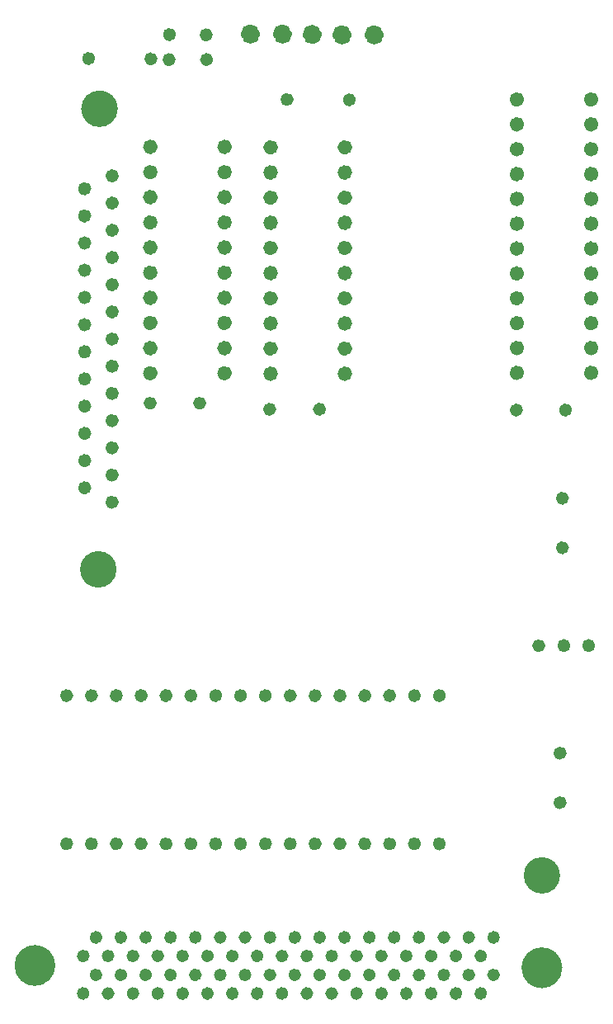
<source format=gbr>
%TF.GenerationSoftware,KiCad,Pcbnew,(6.0.2)*%
%TF.CreationDate,2022-07-19T18:31:23-05:00*%
%TF.ProjectId,PXT6-3,50585436-2d33-42e6-9b69-6361645f7063,rev?*%
%TF.SameCoordinates,Original*%
%TF.FileFunction,Soldermask,Bot*%
%TF.FilePolarity,Negative*%
%FSLAX46Y46*%
G04 Gerber Fmt 4.6, Leading zero omitted, Abs format (unit mm)*
G04 Created by KiCad (PCBNEW (6.0.2)) date 2022-07-19 18:31:23*
%MOMM*%
%LPD*%
G01*
G04 APERTURE LIST*
%ADD10C,0.635000*%
%ADD11C,0.750000*%
%ADD12C,0.675000*%
%ADD13C,0.695000*%
%ADD14C,0.975000*%
%ADD15C,1.885000*%
%ADD16C,2.080000*%
%ADD17C,1.900000*%
G04 APERTURE END LIST*
D10*
X126259750Y-136285000D02*
G75*
G03*
X126259750Y-136285000I-317500J0D01*
G01*
D11*
X131864750Y-75822200D02*
G75*
G03*
X131864750Y-75822200I-375000J0D01*
G01*
D12*
X138563450Y-111480400D02*
G75*
G03*
X138563450Y-111480400I-337500J0D01*
G01*
D11*
X169482550Y-55406600D02*
G75*
G03*
X169482550Y-55406600I-375000J0D01*
G01*
D10*
X124950050Y-138190000D02*
G75*
G03*
X124950050Y-138190000I-317500J0D01*
G01*
D11*
X131864750Y-78402200D02*
G75*
G03*
X131864750Y-78402200I-375000J0D01*
G01*
D10*
X127500050Y-142039700D02*
G75*
G03*
X127500050Y-142039700I-317500J0D01*
G01*
D13*
X120298450Y-60938500D02*
G75*
G03*
X120298450Y-60938500I-347500J0D01*
G01*
D14*
X137909150Y-43602200D02*
G75*
G03*
X137909150Y-43602200I-487500J0D01*
G01*
D11*
X144207550Y-70701900D02*
G75*
G03*
X144207550Y-70701900I-375000J0D01*
G01*
D10*
X141559750Y-136285000D02*
G75*
G03*
X141559750Y-136285000I-317500J0D01*
G01*
D13*
X120298450Y-86048500D02*
G75*
G03*
X120298450Y-86048500I-347500J0D01*
G01*
D11*
X144207550Y-57801900D02*
G75*
G03*
X144207550Y-57801900I-375000J0D01*
G01*
X144207550Y-60381900D02*
G75*
G03*
X144207550Y-60381900I-375000J0D01*
G01*
D12*
X146213450Y-126680700D02*
G75*
G03*
X146213450Y-126680700I-337500J0D01*
G01*
D11*
X161862550Y-52856600D02*
G75*
G03*
X161862550Y-52856600I-375000J0D01*
G01*
D13*
X117474750Y-84574100D02*
G75*
G03*
X117474750Y-84574100I-347500J0D01*
G01*
D12*
X129980350Y-46221600D02*
G75*
G03*
X129980350Y-46221600I-337500J0D01*
G01*
D10*
X137700050Y-138190000D02*
G75*
G03*
X137700050Y-138190000I-317500J0D01*
G01*
X151759750Y-140134700D02*
G75*
G03*
X151759750Y-140134700I-317500J0D01*
G01*
D12*
X153863450Y-126680700D02*
G75*
G03*
X153863450Y-126680700I-337500J0D01*
G01*
D13*
X117474750Y-65044100D02*
G75*
G03*
X117474750Y-65044100I-347500J0D01*
G01*
D12*
X148763450Y-111480400D02*
G75*
G03*
X148763450Y-111480400I-337500J0D01*
G01*
X118163450Y-126680700D02*
G75*
G03*
X118163450Y-126680700I-337500J0D01*
G01*
X136013450Y-111480400D02*
G75*
G03*
X136013450Y-111480400I-337500J0D01*
G01*
X118163450Y-111480400D02*
G75*
G03*
X118163450Y-111480400I-337500J0D01*
G01*
D13*
X120298450Y-72098500D02*
G75*
G03*
X120298450Y-72098500I-347500J0D01*
G01*
D11*
X136587550Y-75861900D02*
G75*
G03*
X136587550Y-75861900I-375000J0D01*
G01*
X161862550Y-60506600D02*
G75*
G03*
X161862550Y-60506600I-375000J0D01*
G01*
D12*
X123263450Y-126680700D02*
G75*
G03*
X123263450Y-126680700I-337500J0D01*
G01*
X129940650Y-43681600D02*
G75*
G03*
X129940650Y-43681600I-337500J0D01*
G01*
D10*
X118609750Y-140134700D02*
G75*
G03*
X118609750Y-140134700I-317500J0D01*
G01*
X159409750Y-136285000D02*
G75*
G03*
X159409750Y-136285000I-317500J0D01*
G01*
D12*
X120713450Y-126680700D02*
G75*
G03*
X120713450Y-126680700I-337500J0D01*
G01*
D10*
X128809750Y-140134700D02*
G75*
G03*
X128809750Y-140134700I-317500J0D01*
G01*
X124950050Y-142039700D02*
G75*
G03*
X124950050Y-142039700I-317500J0D01*
G01*
X141559750Y-140134700D02*
G75*
G03*
X141559750Y-140134700I-317500J0D01*
G01*
D11*
X161862550Y-65606600D02*
G75*
G03*
X161862550Y-65606600I-375000J0D01*
G01*
X136587550Y-73281900D02*
G75*
G03*
X136587550Y-73281900I-375000J0D01*
G01*
D12*
X141113450Y-126680700D02*
G75*
G03*
X141113450Y-126680700I-337500J0D01*
G01*
X141569150Y-82099100D02*
G75*
G03*
X141569150Y-82099100I-337500J0D01*
G01*
D13*
X117474750Y-70624100D02*
G75*
G03*
X117474750Y-70624100I-347500J0D01*
G01*
D12*
X166810350Y-82178500D02*
G75*
G03*
X166810350Y-82178500I-337500J0D01*
G01*
D11*
X131864750Y-70662200D02*
G75*
G03*
X131864750Y-70662200I-375000J0D01*
G01*
D15*
X164994450Y-129922600D02*
G75*
G03*
X164994450Y-129922600I-942500J0D01*
G01*
D11*
X131864750Y-60342200D02*
G75*
G03*
X131864750Y-60342200I-375000J0D01*
G01*
X144207550Y-65541900D02*
G75*
G03*
X144207550Y-65541900I-375000J0D01*
G01*
D12*
X143663450Y-126680700D02*
G75*
G03*
X143663450Y-126680700I-337500J0D01*
G01*
X123263450Y-111480400D02*
G75*
G03*
X123263450Y-111480400I-337500J0D01*
G01*
D10*
X144109750Y-136285000D02*
G75*
G03*
X144109750Y-136285000I-317500J0D01*
G01*
D11*
X169482550Y-60506600D02*
G75*
G03*
X169482550Y-60506600I-375000J0D01*
G01*
D16*
X165091950Y-139407900D02*
G75*
G03*
X165091950Y-139407900I-1040000J0D01*
G01*
D10*
X136459750Y-136285000D02*
G75*
G03*
X136459750Y-136285000I-317500J0D01*
G01*
X155550050Y-142039700D02*
G75*
G03*
X155550050Y-142039700I-317500J0D01*
G01*
X145350050Y-142039700D02*
G75*
G03*
X145350050Y-142039700I-317500J0D01*
G01*
D11*
X169482550Y-78356600D02*
G75*
G03*
X169482550Y-78356600I-375000J0D01*
G01*
X161862550Y-68156600D02*
G75*
G03*
X161862550Y-68156600I-375000J0D01*
G01*
D13*
X120298450Y-74888500D02*
G75*
G03*
X120298450Y-74888500I-347500J0D01*
G01*
D11*
X124244750Y-73242200D02*
G75*
G03*
X124244750Y-73242200I-375000J0D01*
G01*
D10*
X158100050Y-142039700D02*
G75*
G03*
X158100050Y-142039700I-317500J0D01*
G01*
D11*
X136587550Y-62961900D02*
G75*
G03*
X136587550Y-62961900I-375000J0D01*
G01*
X124244750Y-68082200D02*
G75*
G03*
X124244750Y-68082200I-375000J0D01*
G01*
D12*
X124265350Y-46142200D02*
G75*
G03*
X124265350Y-46142200I-337500J0D01*
G01*
D10*
X133909750Y-136285000D02*
G75*
G03*
X133909750Y-136285000I-317500J0D01*
G01*
D11*
X161862550Y-50306600D02*
G75*
G03*
X161862550Y-50306600I-375000J0D01*
G01*
D14*
X147315050Y-43681600D02*
G75*
G03*
X147315050Y-43681600I-487500J0D01*
G01*
D11*
X161862550Y-63056600D02*
G75*
G03*
X161862550Y-63056600I-375000J0D01*
G01*
D12*
X146213450Y-111480400D02*
G75*
G03*
X146213450Y-111480400I-337500J0D01*
G01*
D11*
X161862550Y-73256600D02*
G75*
G03*
X161862550Y-73256600I-375000J0D01*
G01*
X169482550Y-70706600D02*
G75*
G03*
X169482550Y-70706600I-375000J0D01*
G01*
D12*
X125813450Y-111480400D02*
G75*
G03*
X125813450Y-111480400I-337500J0D01*
G01*
D11*
X144207550Y-75861900D02*
G75*
G03*
X144207550Y-75861900I-375000J0D01*
G01*
X169482550Y-57956600D02*
G75*
G03*
X169482550Y-57956600I-375000J0D01*
G01*
D14*
X144020950Y-43681600D02*
G75*
G03*
X144020950Y-43681600I-487500J0D01*
G01*
X140965050Y-43641900D02*
G75*
G03*
X140965050Y-43641900I-487500J0D01*
G01*
D13*
X117474750Y-81784100D02*
G75*
G03*
X117474750Y-81784100I-347500J0D01*
G01*
D11*
X124244750Y-65502200D02*
G75*
G03*
X124244750Y-65502200I-375000J0D01*
G01*
D10*
X156859750Y-140134700D02*
G75*
G03*
X156859750Y-140134700I-317500J0D01*
G01*
D12*
X115613450Y-111480400D02*
G75*
G03*
X115613450Y-111480400I-337500J0D01*
G01*
D10*
X149209750Y-136285000D02*
G75*
G03*
X149209750Y-136285000I-317500J0D01*
G01*
D12*
X138235350Y-50309400D02*
G75*
G03*
X138235350Y-50309400I-337500J0D01*
G01*
X148763450Y-126680700D02*
G75*
G03*
X148763450Y-126680700I-337500J0D01*
G01*
D10*
X153000050Y-138190000D02*
G75*
G03*
X153000050Y-138190000I-317500J0D01*
G01*
D12*
X126130650Y-46221600D02*
G75*
G03*
X126130650Y-46221600I-337500J0D01*
G01*
D10*
X139009750Y-136285000D02*
G75*
G03*
X139009750Y-136285000I-317500J0D01*
G01*
X121159750Y-136285000D02*
G75*
G03*
X121159750Y-136285000I-317500J0D01*
G01*
X151759750Y-136285000D02*
G75*
G03*
X151759750Y-136285000I-317500J0D01*
G01*
D12*
X166254750Y-122461300D02*
G75*
G03*
X166254750Y-122461300I-337500J0D01*
G01*
D10*
X145350050Y-138190000D02*
G75*
G03*
X145350050Y-138190000I-317500J0D01*
G01*
X135150050Y-142039700D02*
G75*
G03*
X135150050Y-142039700I-317500J0D01*
G01*
D13*
X117474750Y-78994100D02*
G75*
G03*
X117474750Y-78994100I-347500J0D01*
G01*
D10*
X121159750Y-140134700D02*
G75*
G03*
X121159750Y-140134700I-317500J0D01*
G01*
X132600050Y-138190000D02*
G75*
G03*
X132600050Y-138190000I-317500J0D01*
G01*
X128809750Y-136285000D02*
G75*
G03*
X128809750Y-136285000I-317500J0D01*
G01*
D13*
X117474750Y-87364100D02*
G75*
G03*
X117474750Y-87364100I-347500J0D01*
G01*
D12*
X125813450Y-126680700D02*
G75*
G03*
X125813450Y-126680700I-337500J0D01*
G01*
D10*
X132600050Y-142039700D02*
G75*
G03*
X132600050Y-142039700I-317500J0D01*
G01*
D16*
X113061650Y-139169700D02*
G75*
G03*
X113061650Y-139169700I-1040000J0D01*
G01*
D11*
X131864750Y-68082200D02*
G75*
G03*
X131864750Y-68082200I-375000J0D01*
G01*
D10*
X130050050Y-142039700D02*
G75*
G03*
X130050050Y-142039700I-317500J0D01*
G01*
D11*
X161862550Y-70706600D02*
G75*
G03*
X161862550Y-70706600I-375000J0D01*
G01*
D13*
X117474750Y-59464100D02*
G75*
G03*
X117474750Y-59464100I-347500J0D01*
G01*
D10*
X133909750Y-140134700D02*
G75*
G03*
X133909750Y-140134700I-317500J0D01*
G01*
D11*
X136587550Y-70701900D02*
G75*
G03*
X136587550Y-70701900I-375000J0D01*
G01*
X136587550Y-57801900D02*
G75*
G03*
X136587550Y-57801900I-375000J0D01*
G01*
X131864750Y-62922200D02*
G75*
G03*
X131864750Y-62922200I-375000J0D01*
G01*
D12*
X166492850Y-96307200D02*
G75*
G03*
X166492850Y-96307200I-337500J0D01*
G01*
X144625050Y-50349100D02*
G75*
G03*
X144625050Y-50349100I-337500J0D01*
G01*
D11*
X161862550Y-57956600D02*
G75*
G03*
X161862550Y-57956600I-375000J0D01*
G01*
D12*
X130913450Y-111480400D02*
G75*
G03*
X130913450Y-111480400I-337500J0D01*
G01*
X166651650Y-106348200D02*
G75*
G03*
X166651650Y-106348200I-337500J0D01*
G01*
D11*
X131864750Y-65502200D02*
G75*
G03*
X131864750Y-65502200I-375000J0D01*
G01*
D12*
X164071950Y-106348200D02*
G75*
G03*
X164071950Y-106348200I-337500J0D01*
G01*
D10*
X146659750Y-136285000D02*
G75*
G03*
X146659750Y-136285000I-317500J0D01*
G01*
X135150050Y-138190000D02*
G75*
G03*
X135150050Y-138190000I-317500J0D01*
G01*
X127500050Y-138190000D02*
G75*
G03*
X127500050Y-138190000I-317500J0D01*
G01*
D12*
X136449450Y-82099100D02*
G75*
G03*
X136449450Y-82099100I-337500J0D01*
G01*
D13*
X117474750Y-67834100D02*
G75*
G03*
X117474750Y-67834100I-347500J0D01*
G01*
D10*
X126259750Y-140134700D02*
G75*
G03*
X126259750Y-140134700I-317500J0D01*
G01*
D13*
X120298450Y-80468500D02*
G75*
G03*
X120298450Y-80468500I-347500J0D01*
G01*
X117474750Y-62254100D02*
G75*
G03*
X117474750Y-62254100I-347500J0D01*
G01*
D10*
X123709750Y-140134700D02*
G75*
G03*
X123709750Y-140134700I-317500J0D01*
G01*
X130050050Y-138190000D02*
G75*
G03*
X130050050Y-138190000I-317500J0D01*
G01*
X150450050Y-138190000D02*
G75*
G03*
X150450050Y-138190000I-317500J0D01*
G01*
D12*
X129265950Y-81464100D02*
G75*
G03*
X129265950Y-81464100I-337500J0D01*
G01*
X141113450Y-111480400D02*
G75*
G03*
X141113450Y-111480400I-337500J0D01*
G01*
D11*
X124244750Y-75822200D02*
G75*
G03*
X124244750Y-75822200I-375000J0D01*
G01*
X161862550Y-55406600D02*
G75*
G03*
X161862550Y-55406600I-375000J0D01*
G01*
X124244750Y-62922200D02*
G75*
G03*
X124244750Y-62922200I-375000J0D01*
G01*
X136587550Y-55221900D02*
G75*
G03*
X136587550Y-55221900I-375000J0D01*
G01*
X136587550Y-68121900D02*
G75*
G03*
X136587550Y-68121900I-375000J0D01*
G01*
X169482550Y-73256600D02*
G75*
G03*
X169482550Y-73256600I-375000J0D01*
G01*
D12*
X151313450Y-111480400D02*
G75*
G03*
X151313450Y-111480400I-337500J0D01*
G01*
D10*
X119850050Y-138190000D02*
G75*
G03*
X119850050Y-138190000I-317500J0D01*
G01*
X147900050Y-138190000D02*
G75*
G03*
X147900050Y-138190000I-317500J0D01*
G01*
X122400050Y-138190000D02*
G75*
G03*
X122400050Y-138190000I-317500J0D01*
G01*
X131359750Y-140134700D02*
G75*
G03*
X131359750Y-140134700I-317500J0D01*
G01*
D11*
X169482550Y-65606600D02*
G75*
G03*
X169482550Y-65606600I-375000J0D01*
G01*
D12*
X120713450Y-111480400D02*
G75*
G03*
X120713450Y-111480400I-337500J0D01*
G01*
D11*
X169482550Y-52856600D02*
G75*
G03*
X169482550Y-52856600I-375000J0D01*
G01*
X144207550Y-62961900D02*
G75*
G03*
X144207550Y-62961900I-375000J0D01*
G01*
D12*
X115613450Y-126680700D02*
G75*
G03*
X115613450Y-126680700I-337500J0D01*
G01*
X143663450Y-111480400D02*
G75*
G03*
X143663450Y-111480400I-337500J0D01*
G01*
D10*
X122400050Y-142039700D02*
G75*
G03*
X122400050Y-142039700I-317500J0D01*
G01*
D12*
X166254750Y-117381300D02*
G75*
G03*
X166254750Y-117381300I-337500J0D01*
G01*
D11*
X124244750Y-78402200D02*
G75*
G03*
X124244750Y-78402200I-375000J0D01*
G01*
X124244750Y-57762200D02*
G75*
G03*
X124244750Y-57762200I-375000J0D01*
G01*
D10*
X154309750Y-136285000D02*
G75*
G03*
X154309750Y-136285000I-317500J0D01*
G01*
D11*
X136587550Y-65541900D02*
G75*
G03*
X136587550Y-65541900I-375000J0D01*
G01*
D13*
X120298450Y-66518500D02*
G75*
G03*
X120298450Y-66518500I-347500J0D01*
G01*
D12*
X130913450Y-126680700D02*
G75*
G03*
X130913450Y-126680700I-337500J0D01*
G01*
X151313450Y-126680700D02*
G75*
G03*
X151313450Y-126680700I-337500J0D01*
G01*
X166492850Y-91227200D02*
G75*
G03*
X166492850Y-91227200I-337500J0D01*
G01*
D11*
X169482550Y-50306600D02*
G75*
G03*
X169482550Y-50306600I-375000J0D01*
G01*
D13*
X120298450Y-63728500D02*
G75*
G03*
X120298450Y-63728500I-347500J0D01*
G01*
X120298450Y-69308500D02*
G75*
G03*
X120298450Y-69308500I-347500J0D01*
G01*
D11*
X124244750Y-60342200D02*
G75*
G03*
X124244750Y-60342200I-375000J0D01*
G01*
D13*
X120298450Y-77678500D02*
G75*
G03*
X120298450Y-77678500I-347500J0D01*
G01*
D11*
X136587550Y-78441900D02*
G75*
G03*
X136587550Y-78441900I-375000J0D01*
G01*
D13*
X117474750Y-73414100D02*
G75*
G03*
X117474750Y-73414100I-347500J0D01*
G01*
D12*
X136013450Y-126680700D02*
G75*
G03*
X136013450Y-126680700I-337500J0D01*
G01*
D13*
X117474750Y-90154100D02*
G75*
G03*
X117474750Y-90154100I-347500J0D01*
G01*
X117474750Y-76204100D02*
G75*
G03*
X117474750Y-76204100I-347500J0D01*
G01*
D17*
X119599450Y-51261900D02*
G75*
G03*
X119599450Y-51261900I-950000J0D01*
G01*
D11*
X169482550Y-63056600D02*
G75*
G03*
X169482550Y-63056600I-375000J0D01*
G01*
X144207550Y-78441900D02*
G75*
G03*
X144207550Y-78441900I-375000J0D01*
G01*
D10*
X158100050Y-138190000D02*
G75*
G03*
X158100050Y-138190000I-317500J0D01*
G01*
D13*
X120298450Y-83258500D02*
G75*
G03*
X120298450Y-83258500I-347500J0D01*
G01*
D10*
X144109750Y-140134700D02*
G75*
G03*
X144109750Y-140134700I-317500J0D01*
G01*
X140250050Y-142039700D02*
G75*
G03*
X140250050Y-142039700I-317500J0D01*
G01*
X137700050Y-142039700D02*
G75*
G03*
X137700050Y-142039700I-317500J0D01*
G01*
X153000050Y-142039700D02*
G75*
G03*
X153000050Y-142039700I-317500J0D01*
G01*
D11*
X131864750Y-57762200D02*
G75*
G03*
X131864750Y-57762200I-375000J0D01*
G01*
D12*
X133463450Y-111480400D02*
G75*
G03*
X133463450Y-111480400I-337500J0D01*
G01*
D10*
X117300050Y-142039700D02*
G75*
G03*
X117300050Y-142039700I-317500J0D01*
G01*
X119850050Y-142039700D02*
G75*
G03*
X119850050Y-142039700I-317500J0D01*
G01*
D11*
X161862550Y-75806600D02*
G75*
G03*
X161862550Y-75806600I-375000J0D01*
G01*
X136587550Y-60381900D02*
G75*
G03*
X136587550Y-60381900I-375000J0D01*
G01*
D10*
X139009750Y-140134700D02*
G75*
G03*
X139009750Y-140134700I-317500J0D01*
G01*
D11*
X131864750Y-73242200D02*
G75*
G03*
X131864750Y-73242200I-375000J0D01*
G01*
D10*
X131359750Y-136285000D02*
G75*
G03*
X131359750Y-136285000I-317500J0D01*
G01*
X155550050Y-138190000D02*
G75*
G03*
X155550050Y-138190000I-317500J0D01*
G01*
D12*
X138563450Y-126680700D02*
G75*
G03*
X138563450Y-126680700I-337500J0D01*
G01*
D11*
X144207550Y-73281900D02*
G75*
G03*
X144207550Y-73281900I-375000J0D01*
G01*
X131864750Y-55182200D02*
G75*
G03*
X131864750Y-55182200I-375000J0D01*
G01*
D10*
X118609750Y-136285000D02*
G75*
G03*
X118609750Y-136285000I-317500J0D01*
G01*
X159409750Y-140134700D02*
G75*
G03*
X159409750Y-140134700I-317500J0D01*
G01*
D11*
X124244750Y-55182200D02*
G75*
G03*
X124244750Y-55182200I-375000J0D01*
G01*
D10*
X142800050Y-142039700D02*
G75*
G03*
X142800050Y-142039700I-317500J0D01*
G01*
D12*
X124185950Y-81464100D02*
G75*
G03*
X124185950Y-81464100I-337500J0D01*
G01*
D13*
X120298450Y-88838500D02*
G75*
G03*
X120298450Y-88838500I-347500J0D01*
G01*
D12*
X169191650Y-106348200D02*
G75*
G03*
X169191650Y-106348200I-337500J0D01*
G01*
D10*
X146659750Y-140134700D02*
G75*
G03*
X146659750Y-140134700I-317500J0D01*
G01*
D11*
X161862550Y-78356600D02*
G75*
G03*
X161862550Y-78356600I-375000J0D01*
G01*
D12*
X128363450Y-126680700D02*
G75*
G03*
X128363450Y-126680700I-337500J0D01*
G01*
D13*
X120298450Y-58148500D02*
G75*
G03*
X120298450Y-58148500I-347500J0D01*
G01*
D10*
X147900050Y-142039700D02*
G75*
G03*
X147900050Y-142039700I-317500J0D01*
G01*
D12*
X128363450Y-111480400D02*
G75*
G03*
X128363450Y-111480400I-337500J0D01*
G01*
D10*
X140250050Y-138190000D02*
G75*
G03*
X140250050Y-138190000I-317500J0D01*
G01*
D12*
X117875650Y-46102600D02*
G75*
G03*
X117875650Y-46102600I-337500J0D01*
G01*
D11*
X124244750Y-70662200D02*
G75*
G03*
X124244750Y-70662200I-375000J0D01*
G01*
D14*
X134615050Y-43602300D02*
G75*
G03*
X134615050Y-43602300I-487500J0D01*
G01*
D10*
X117300050Y-138190000D02*
G75*
G03*
X117300050Y-138190000I-317500J0D01*
G01*
D12*
X133463450Y-126680700D02*
G75*
G03*
X133463450Y-126680700I-337500J0D01*
G01*
X153863450Y-111480400D02*
G75*
G03*
X153863450Y-111480400I-337500J0D01*
G01*
D11*
X144207550Y-55221900D02*
G75*
G03*
X144207550Y-55221900I-375000J0D01*
G01*
X144207550Y-68121900D02*
G75*
G03*
X144207550Y-68121900I-375000J0D01*
G01*
D10*
X123709750Y-136285000D02*
G75*
G03*
X123709750Y-136285000I-317500J0D01*
G01*
X150450050Y-142039700D02*
G75*
G03*
X150450050Y-142039700I-317500J0D01*
G01*
X136459750Y-140134700D02*
G75*
G03*
X136459750Y-140134700I-317500J0D01*
G01*
X156859750Y-136285000D02*
G75*
G03*
X156859750Y-136285000I-317500J0D01*
G01*
D11*
X169482550Y-68156600D02*
G75*
G03*
X169482550Y-68156600I-375000J0D01*
G01*
D12*
X126170350Y-43641900D02*
G75*
G03*
X126170350Y-43641900I-337500J0D01*
G01*
D10*
X149209750Y-140134700D02*
G75*
G03*
X149209750Y-140134700I-317500J0D01*
G01*
D12*
X161770050Y-82178500D02*
G75*
G03*
X161770050Y-82178500I-337500J0D01*
G01*
D11*
X169482550Y-75806600D02*
G75*
G03*
X169482550Y-75806600I-375000J0D01*
G01*
D17*
X119480350Y-98529700D02*
G75*
G03*
X119480350Y-98529700I-950000J0D01*
G01*
D10*
X154309750Y-140134700D02*
G75*
G03*
X154309750Y-140134700I-317500J0D01*
G01*
D13*
X120298450Y-91628500D02*
G75*
G03*
X120298450Y-91628500I-347500J0D01*
G01*
D10*
X142800050Y-138190000D02*
G75*
G03*
X142800050Y-138190000I-317500J0D01*
G01*
M02*

</source>
